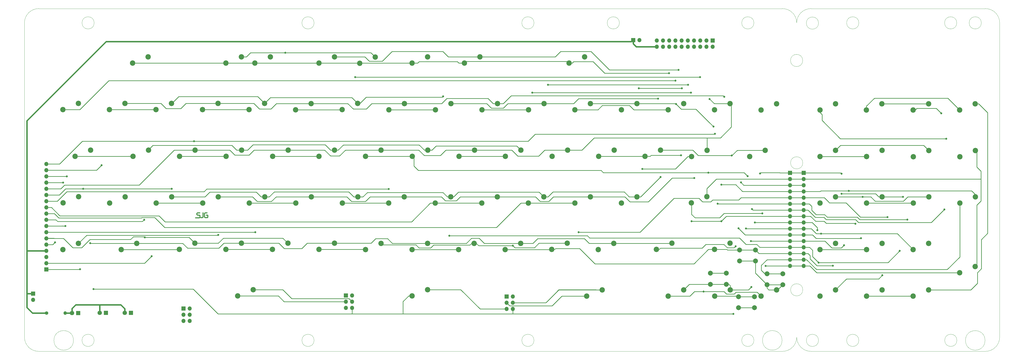
<source format=gbr>
G04 #@! TF.GenerationSoftware,KiCad,Pcbnew,(5.1.9)-1*
G04 #@! TF.CreationDate,2021-06-29T21:56:23-04:00*
G04 #@! TF.ProjectId,v364mx,76333634-6d78-42e6-9b69-6361645f7063,rev?*
G04 #@! TF.SameCoordinates,Original*
G04 #@! TF.FileFunction,Copper,L1,Top*
G04 #@! TF.FilePolarity,Positive*
%FSLAX46Y46*%
G04 Gerber Fmt 4.6, Leading zero omitted, Abs format (unit mm)*
G04 Created by KiCad (PCBNEW (5.1.9)-1) date 2021-06-29 21:56:23*
%MOMM*%
%LPD*%
G01*
G04 APERTURE LIST*
G04 #@! TA.AperFunction,Profile*
%ADD10C,0.050000*%
G04 #@! TD*
G04 #@! TA.AperFunction,ComponentPad*
%ADD11C,2.200000*%
G04 #@! TD*
G04 #@! TA.AperFunction,ComponentPad*
%ADD12C,2.000000*%
G04 #@! TD*
G04 #@! TA.AperFunction,ComponentPad*
%ADD13O,1.700000X1.700000*%
G04 #@! TD*
G04 #@! TA.AperFunction,ComponentPad*
%ADD14R,1.700000X1.700000*%
G04 #@! TD*
G04 #@! TA.AperFunction,ComponentPad*
%ADD15C,1.800000*%
G04 #@! TD*
G04 #@! TA.AperFunction,ComponentPad*
%ADD16R,1.800000X1.800000*%
G04 #@! TD*
G04 #@! TA.AperFunction,ComponentPad*
%ADD17O,1.400000X1.400000*%
G04 #@! TD*
G04 #@! TA.AperFunction,ComponentPad*
%ADD18C,1.400000*%
G04 #@! TD*
G04 #@! TA.AperFunction,ViaPad*
%ADD19C,0.800000*%
G04 #@! TD*
G04 #@! TA.AperFunction,Conductor*
%ADD20C,0.400000*%
G04 #@! TD*
G04 #@! TA.AperFunction,Conductor*
%ADD21C,0.250000*%
G04 #@! TD*
G04 #@! TA.AperFunction,Conductor*
%ADD22C,0.600000*%
G04 #@! TD*
G04 APERTURE END LIST*
D10*
X358392100Y-147269200D02*
G75*
G03*
X358392100Y-147269200I-2500000J0D01*
G01*
X439888000Y-277266400D02*
G75*
G03*
X439888000Y-277266400I-2500000J0D01*
G01*
X439888000Y-147358100D02*
G75*
G03*
X439888000Y-147358100I-2500000J0D01*
G01*
X456385300Y-147269200D02*
G75*
G03*
X456385300Y-147269200I-2500000J0D01*
G01*
X508019994Y-277279100D02*
G75*
G03*
X508019994Y-277279100I-3995094J0D01*
G01*
X508177800Y-281774900D02*
X436803800Y-281774900D01*
X508177800Y-141427200D02*
X436791100Y-141427200D01*
X514019800Y-147853400D02*
X514019800Y-147269200D01*
X514019800Y-275932900D02*
X514019800Y-147853400D01*
X134944794Y-277266400D02*
G75*
G03*
X134944794Y-277266400I-3995094J0D01*
G01*
X424949294Y-277253700D02*
G75*
G03*
X424949294Y-277253700I-3995094J0D01*
G01*
X120726200Y-281774900D02*
X425119800Y-281774900D01*
X425107100Y-141427200D02*
X120726200Y-141427200D01*
X425107100Y-141427200D02*
G75*
G02*
X430949100Y-147269200I0J-5842000D01*
G01*
X430949100Y-147269200D02*
G75*
G02*
X436791100Y-141427200I5842000J0D01*
G01*
X436803800Y-281774900D02*
G75*
G02*
X430961800Y-275932900I0J5842000D01*
G01*
X430961800Y-275932900D02*
G75*
G02*
X425119800Y-281774900I-5842000J0D01*
G01*
X433436400Y-204584300D02*
G75*
G03*
X433436400Y-204584300I-2500000J0D01*
G01*
X433411000Y-162663500D02*
G75*
G03*
X433411000Y-162663500I-2500000J0D01*
G01*
X433449100Y-256578100D02*
G75*
G03*
X433449100Y-256578100I-2500000J0D01*
G01*
X456385300Y-277266400D02*
G75*
G03*
X456385300Y-277266400I-2500000J0D01*
G01*
X506524900Y-147269200D02*
G75*
G03*
X506524900Y-147269200I-2500000J0D01*
G01*
X114884200Y-275932900D02*
X114884200Y-147269200D01*
X323441700Y-277266400D02*
G75*
G03*
X323441700Y-277266400I-2500000J0D01*
G01*
X233436800Y-147269200D02*
G75*
G03*
X233436800Y-147269200I-2500000J0D01*
G01*
X496466500Y-147269200D02*
G75*
G03*
X496466500Y-147269200I-2500000J0D01*
G01*
X413446600Y-277266400D02*
G75*
G03*
X413446600Y-277266400I-2500000J0D01*
G01*
X143431900Y-147269200D02*
G75*
G03*
X143431900Y-147269200I-2500000J0D01*
G01*
X508177800Y-141427200D02*
G75*
G02*
X514019800Y-147269200I0J-5842000D01*
G01*
X323441700Y-147269200D02*
G75*
G03*
X323441700Y-147269200I-2500000J0D01*
G01*
X143419200Y-277266400D02*
G75*
G03*
X143419200Y-277266400I-2500000J0D01*
G01*
X233436800Y-277266400D02*
G75*
G03*
X233436800Y-277266400I-2500000J0D01*
G01*
X496517300Y-277253700D02*
G75*
G03*
X496517300Y-277253700I-2500000J0D01*
G01*
X114884200Y-147269200D02*
G75*
G02*
X120726200Y-141427200I5842000J0D01*
G01*
X514019800Y-275932900D02*
G75*
G02*
X508177800Y-281774900I-5842000J0D01*
G01*
X413446600Y-147269200D02*
G75*
G03*
X413446600Y-147269200I-2500000J0D01*
G01*
X120726200Y-281774900D02*
G75*
G02*
X114884200Y-275932900I0J5842000D01*
G01*
D11*
X387794600Y-220995000D03*
X394144600Y-218455000D03*
X359219500Y-182905400D03*
X365569500Y-180365400D03*
X485000300Y-218541600D03*
X478650300Y-221081600D03*
X411746700Y-201980800D03*
X418096700Y-199440800D03*
X337781900Y-163728400D03*
X344131900Y-161188400D03*
X294932100Y-163715700D03*
X301282100Y-161175700D03*
X252120400Y-163791900D03*
X258470400Y-161251900D03*
X209194400Y-163703000D03*
X215544400Y-161163000D03*
X340207600Y-182867300D03*
X346557600Y-180327300D03*
X273494500Y-163728400D03*
X279844500Y-161188400D03*
X235394500Y-163766500D03*
X241744500Y-161226500D03*
X197307200Y-163715700D03*
X203657200Y-161175700D03*
X159131000Y-163715700D03*
X165481000Y-161175700D03*
X279911800Y-256489200D03*
X273561800Y-259029200D03*
X344995500Y-259130800D03*
X351345500Y-256590800D03*
X446862200Y-218503500D03*
X440512200Y-221043500D03*
D12*
X413649300Y-259384800D03*
X413649300Y-263884800D03*
X407149300Y-259384800D03*
X407149300Y-263884800D03*
X425282500Y-249974100D03*
X425282500Y-254474100D03*
X418782500Y-249974100D03*
X418782500Y-254474100D03*
X402155800Y-249783600D03*
X402155800Y-254283600D03*
X395655800Y-249783600D03*
X395655800Y-254283600D03*
X414081100Y-240258600D03*
X414081100Y-244758600D03*
X407581100Y-240258600D03*
X407581100Y-244758600D03*
D13*
X123850400Y-205054200D03*
X123850400Y-207594200D03*
X123850400Y-210134200D03*
X123850400Y-212674200D03*
X123850400Y-215214200D03*
X123850400Y-217754200D03*
X123850400Y-220294200D03*
X123850400Y-222834200D03*
X123850400Y-225374200D03*
X123850400Y-227914200D03*
X123850400Y-230454200D03*
X123850400Y-232994200D03*
X123850400Y-235534200D03*
X123850400Y-238074200D03*
X123850400Y-240614200D03*
X123850400Y-243154200D03*
X123850400Y-245694200D03*
D14*
X123850400Y-248234200D03*
D13*
X373710200Y-157010100D03*
X373710200Y-154470100D03*
X376250200Y-157010100D03*
X376250200Y-154470100D03*
X378790200Y-157010100D03*
X378790200Y-154470100D03*
X381330200Y-157010100D03*
X381330200Y-154470100D03*
X383870200Y-157010100D03*
X383870200Y-154470100D03*
X386410200Y-157010100D03*
X386410200Y-154470100D03*
X388950200Y-157010100D03*
X388950200Y-154470100D03*
X391490200Y-157010100D03*
X391490200Y-154470100D03*
X394030200Y-157010100D03*
X394030200Y-154470100D03*
X396570200Y-157010100D03*
D14*
X396570200Y-154470100D03*
D13*
X433793900Y-246773700D03*
X433793900Y-244233700D03*
X433793900Y-241693700D03*
X433793900Y-239153700D03*
X433793900Y-236613700D03*
X433793900Y-234073700D03*
X433793900Y-231533700D03*
X433793900Y-228993700D03*
X433793900Y-226453700D03*
X433793900Y-223913700D03*
X433793900Y-221373700D03*
X433793900Y-218833700D03*
X433793900Y-216293700D03*
X433793900Y-213753700D03*
X433793900Y-211213700D03*
D14*
X433793900Y-208673700D03*
D13*
X428180500Y-246773700D03*
X428180500Y-244233700D03*
X428180500Y-241693700D03*
X428180500Y-239153700D03*
X428180500Y-236613700D03*
X428180500Y-234073700D03*
X428180500Y-231533700D03*
X428180500Y-228993700D03*
X428180500Y-226453700D03*
X428180500Y-223913700D03*
X428180500Y-221373700D03*
X428180500Y-218833700D03*
X428180500Y-216293700D03*
X428180500Y-213753700D03*
X428180500Y-211213700D03*
D14*
X428180500Y-208673700D03*
D13*
X118427500Y-260680200D03*
D14*
X118427500Y-258140200D03*
D13*
X366572800Y-154355800D03*
D14*
X364032800Y-154355800D03*
D15*
X145694400Y-265988800D03*
D16*
X148234400Y-265988800D03*
D15*
X155968700Y-265988800D03*
D16*
X158508700Y-265988800D03*
D11*
X283083000Y-182854600D03*
X289433000Y-180314600D03*
D17*
X131508500Y-266065000D03*
D18*
X123888500Y-266065000D03*
D15*
X134340600Y-266052300D03*
D16*
X136880600Y-266052300D03*
D11*
X368909600Y-201891900D03*
X375259600Y-199351900D03*
X135597900Y-201917300D03*
X141947900Y-199377300D03*
X202120500Y-259105400D03*
X208470500Y-256565400D03*
X154457400Y-240080800D03*
X160807400Y-237540800D03*
X149758400Y-221043500D03*
X156108400Y-218503500D03*
X130632200Y-240106200D03*
X136982200Y-237566200D03*
X416407600Y-182930800D03*
X422757600Y-180390800D03*
X446849500Y-237566200D03*
X440499500Y-240106200D03*
X244957600Y-182816500D03*
X251307600Y-180276500D03*
X359244900Y-221030800D03*
X365594900Y-218490800D03*
D13*
X314769500Y-264414000D03*
X312229500Y-264414000D03*
X314769500Y-261874000D03*
X312229500Y-261874000D03*
X314769500Y-259334000D03*
D14*
X312229500Y-259334000D03*
D13*
X249008900Y-263969500D03*
X246468900Y-263969500D03*
X249008900Y-261429500D03*
X246468900Y-261429500D03*
X249008900Y-258889500D03*
D14*
X246468900Y-258889500D03*
D11*
X440512200Y-259130800D03*
X446862200Y-256590800D03*
X416407600Y-259143500D03*
X422757600Y-256603500D03*
X378320300Y-259143500D03*
X384670300Y-256603500D03*
X397383000Y-259143500D03*
X403733000Y-256603500D03*
X497687600Y-249605800D03*
X504037600Y-247065800D03*
X373532400Y-240055400D03*
X379882400Y-237515400D03*
X216369900Y-240042700D03*
X222719900Y-237502700D03*
X197307200Y-240055400D03*
X203657200Y-237515400D03*
X130695700Y-221005400D03*
X137045700Y-218465400D03*
X478624900Y-259156200D03*
X484974900Y-256616200D03*
X459562200Y-259168900D03*
X465912200Y-256628900D03*
X387946900Y-201993500D03*
X394296900Y-199453500D03*
X349745300Y-240080800D03*
X356095300Y-237540800D03*
X330682600Y-240055400D03*
X337032600Y-237515400D03*
X273545300Y-240068100D03*
X279895300Y-237528100D03*
X254482600Y-240068100D03*
X260832600Y-237528100D03*
X235419900Y-240055400D03*
X241769900Y-237515400D03*
X187833000Y-221056200D03*
X194183000Y-218516200D03*
X378320300Y-182841900D03*
X384670300Y-180301900D03*
X178384200Y-201904600D03*
X184734200Y-199364600D03*
X168757600Y-182791100D03*
X175107600Y-180251100D03*
X397357600Y-182867300D03*
X403707600Y-180327300D03*
D13*
X182511700Y-269341600D03*
X179971700Y-269341600D03*
X182511700Y-266801600D03*
X179971700Y-266801600D03*
X182511700Y-264261600D03*
D14*
X179971700Y-264261600D03*
D11*
X251320300Y-218516200D03*
X244970300Y-221056200D03*
X397332200Y-240042700D03*
X403682200Y-237502700D03*
X241782600Y-199364600D03*
X235432600Y-201904600D03*
X311632600Y-240068100D03*
X317982600Y-237528100D03*
X225920300Y-221068900D03*
X232270300Y-218528900D03*
X298945300Y-237528100D03*
X292595300Y-240068100D03*
X263969500Y-221056200D03*
X270319500Y-218516200D03*
X137007600Y-180238400D03*
X130657600Y-182778400D03*
X149707600Y-182778400D03*
X156057600Y-180238400D03*
X187794900Y-182803800D03*
X194144900Y-180263800D03*
X213194900Y-180276500D03*
X206844900Y-182816500D03*
X225894900Y-182829200D03*
X232244900Y-180289200D03*
X270370300Y-180301900D03*
X264020300Y-182841900D03*
X308483000Y-180314600D03*
X302133000Y-182854600D03*
X321170300Y-182854600D03*
X327520300Y-180314600D03*
X446824100Y-180428900D03*
X440474100Y-182968900D03*
X459498700Y-182968900D03*
X465848700Y-180428900D03*
X484974900Y-180428900D03*
X478624900Y-182968900D03*
X497687600Y-182943500D03*
X504037600Y-180403500D03*
X159359600Y-201904600D03*
X165709600Y-199364600D03*
X197446900Y-201904600D03*
X203796900Y-199364600D03*
X222821500Y-199364600D03*
X216471500Y-201904600D03*
X279946100Y-199364600D03*
X273596100Y-201904600D03*
X292785800Y-201904600D03*
X299135800Y-199364600D03*
X318096900Y-199364600D03*
X311746900Y-201904600D03*
X446824100Y-199491600D03*
X440474100Y-202031600D03*
X459549500Y-202018900D03*
X465899500Y-199478900D03*
X485013000Y-199517000D03*
X478663000Y-202057000D03*
X497700300Y-202057000D03*
X504050300Y-199517000D03*
X168795700Y-221030800D03*
X175145700Y-218490800D03*
X206870300Y-221056200D03*
X213220300Y-218516200D03*
X254520700Y-201904600D03*
X260870700Y-199364600D03*
X289369500Y-218503500D03*
X283019500Y-221043500D03*
X302069500Y-221081600D03*
X308419500Y-218541600D03*
X327482200Y-218528900D03*
X321132200Y-221068900D03*
X330822300Y-201904600D03*
X337172300Y-199364600D03*
X459562200Y-221043500D03*
X465912200Y-218503500D03*
X497700300Y-221081600D03*
X504050300Y-218541600D03*
X178257200Y-240055400D03*
X184607200Y-237515400D03*
X346544900Y-218516200D03*
X340194900Y-221056200D03*
X349885000Y-201904600D03*
X356235000Y-199364600D03*
X459562200Y-240080800D03*
X465912200Y-237540800D03*
X484949500Y-237553500D03*
X478599500Y-240093500D03*
D19*
X395312900Y-178447700D03*
X440893200Y-233616500D03*
X184296050Y-195751450D03*
X397497300Y-192659000D03*
X405968200Y-238721900D03*
X410197300Y-231482900D03*
X138950700Y-215201500D03*
X175145700Y-215188800D03*
X375259600Y-210350100D03*
X408152600Y-212610700D03*
X404304500Y-201599800D03*
X452272400Y-216027000D03*
X141757400Y-237451900D03*
X400088100Y-213537800D03*
X132219700Y-210134200D03*
X314731400Y-238480600D03*
X164115750Y-235134150D03*
X322694300Y-175856900D03*
X387680200Y-175869600D03*
X468071200Y-226783900D03*
X341693500Y-232968800D03*
X131622800Y-230454200D03*
X476237300Y-227850700D03*
X221615000Y-159461200D03*
X194170300Y-234073700D03*
X398614900Y-221272100D03*
X389001000Y-210845400D03*
X250266200Y-169456100D03*
X457238100Y-235445300D03*
X391375900Y-169456100D03*
X209340450Y-233013250D03*
X407123900Y-231381300D03*
X450291200Y-238328200D03*
X394817600Y-208597500D03*
X263956800Y-215290400D03*
X412203900Y-236613700D03*
X410857700Y-210045300D03*
X439877200Y-245402100D03*
X473087700Y-240639600D03*
X386473700Y-172605700D03*
X288740850Y-234422950D03*
X329145900Y-172605700D03*
X445782700Y-246722900D03*
X490105700Y-184277000D03*
X383908300Y-174091600D03*
X366306100Y-174091600D03*
X127419100Y-237147100D03*
X381304800Y-170903900D03*
X392823700Y-257263900D03*
X367741200Y-207048100D03*
X492163100Y-194691000D03*
X137655300Y-248170700D03*
X418198300Y-246773700D03*
X378675900Y-167868600D03*
X416915600Y-225247200D03*
X383590800Y-201498200D03*
X143154400Y-256260600D03*
X439432700Y-232181400D03*
X130695700Y-212674200D03*
X405053800Y-266420600D03*
X413829500Y-228993700D03*
X449275200Y-217246200D03*
X412356300Y-255447800D03*
X146456400Y-205536800D03*
X449275200Y-209016600D03*
X474408500Y-218528900D03*
X401320000Y-177520600D03*
X415950400Y-208927700D03*
X163855400Y-227914200D03*
X491350300Y-223710500D03*
X412661100Y-223545400D03*
X396862300Y-189738000D03*
X382600200Y-166484300D03*
X381571500Y-180454300D03*
X166979600Y-242773200D03*
X286213550Y-177336450D03*
X466013800Y-250621800D03*
X457936600Y-218503500D03*
X454977500Y-229527100D03*
X374167400Y-178269900D03*
X400100800Y-228511100D03*
X387883400Y-228511100D03*
D20*
X186575700Y-225018600D02*
X185661300Y-225018600D01*
X185661300Y-225018600D02*
X185420000Y-225259900D01*
X185420000Y-225259900D02*
X185420000Y-225679000D01*
X185420000Y-225679000D02*
X185699400Y-225958400D01*
X185699400Y-225958400D02*
X186436000Y-225958400D01*
X186436000Y-225958400D02*
X186639200Y-226161600D01*
X186639200Y-226161600D02*
X186639200Y-226809300D01*
X186639200Y-226809300D02*
X186423300Y-227025200D01*
X186423300Y-227025200D02*
X184899300Y-227025200D01*
X187020200Y-227012500D02*
X187642500Y-227012500D01*
X187642500Y-227012500D02*
X187896500Y-226758500D01*
X187896500Y-226758500D02*
X187896500Y-225031300D01*
X189572900Y-225056700D02*
X188772800Y-225056700D01*
X188772800Y-225056700D02*
X188518800Y-225310700D01*
X188518800Y-225310700D02*
X188518800Y-226758500D01*
X188518800Y-226758500D02*
X188760100Y-226999800D01*
X188760100Y-226999800D02*
X189712600Y-226999800D01*
X189712600Y-226999800D02*
X189877700Y-226834700D01*
X189877700Y-226834700D02*
X189877700Y-226034600D01*
X189877700Y-226034600D02*
X189814200Y-225971100D01*
X189814200Y-225971100D02*
X189255400Y-225971100D01*
D21*
X299135800Y-199364600D02*
X314337700Y-199364600D01*
X314337700Y-199364600D02*
X316776100Y-201803000D01*
X316776100Y-201803000D02*
X325335900Y-201803000D01*
X327774300Y-199364600D02*
X337172300Y-199364600D01*
X325335900Y-201803000D02*
X327774300Y-199364600D01*
X504050300Y-199517000D02*
X504075700Y-199517000D01*
X506336300Y-208026000D02*
X504647200Y-206336900D01*
X504647200Y-200113900D02*
X504050300Y-199517000D01*
X504647200Y-206336900D02*
X504647200Y-200113900D01*
X129870200Y-215150700D02*
X131305300Y-213715600D01*
X129806700Y-215214200D02*
X131305300Y-213715600D01*
X123850400Y-215214200D02*
X129806700Y-215214200D01*
X428180500Y-211213700D02*
X433793900Y-211213700D01*
X506222000Y-211213700D02*
X506336300Y-211328000D01*
X433793900Y-211213700D02*
X506222000Y-211213700D01*
X506336300Y-211328000D02*
X506336300Y-208026000D01*
X504698000Y-246405400D02*
X504037600Y-247065800D01*
X504698000Y-221869000D02*
X504698000Y-246405400D01*
X506336300Y-220230700D02*
X504698000Y-221869000D01*
X506336300Y-211328000D02*
X506336300Y-220230700D01*
X394119100Y-194348100D02*
X348030800Y-194348100D01*
X343014300Y-199364600D02*
X342404700Y-199364600D01*
X348030800Y-194348100D02*
X343014300Y-199364600D01*
X337172300Y-199364600D02*
X342404700Y-199364600D01*
X394296900Y-194386200D02*
X394335000Y-194348100D01*
X394296900Y-199453500D02*
X394296900Y-194386200D01*
X394119100Y-194348100D02*
X394335000Y-194348100D01*
X406844500Y-211213700D02*
X428180500Y-211213700D01*
X398068800Y-211213700D02*
X406844500Y-211213700D01*
X394144600Y-215137900D02*
X398068800Y-211213700D01*
X394144600Y-218455000D02*
X394144600Y-215137900D01*
X176187100Y-199364600D02*
X184734200Y-199364600D01*
X161836100Y-213715600D02*
X176187100Y-199364600D01*
X131305300Y-213715600D02*
X161836100Y-213715600D01*
X278523700Y-201612500D02*
X276275800Y-199364600D01*
X285127700Y-201612500D02*
X278523700Y-201612500D01*
X276275800Y-199364600D02*
X260870700Y-199364600D01*
X287375600Y-199364600D02*
X285127700Y-201612500D01*
X299135800Y-199364600D02*
X287375600Y-199364600D01*
X252653800Y-199364600D02*
X260870700Y-199364600D01*
X246240300Y-199364600D02*
X252653800Y-199364600D01*
X240157000Y-201777600D02*
X243827300Y-201777600D01*
X237744000Y-199364600D02*
X240157000Y-201777600D01*
X243827300Y-201777600D02*
X246240300Y-199364600D01*
X222821500Y-199364600D02*
X237744000Y-199364600D01*
X214058500Y-199364600D02*
X222821500Y-199364600D01*
X208889600Y-199364600D02*
X214058500Y-199364600D01*
X206819500Y-201434700D02*
X208889600Y-199364600D01*
X200990200Y-201434700D02*
X206819500Y-201434700D01*
X198920100Y-199364600D02*
X200990200Y-201434700D01*
X184734200Y-199364600D02*
X198920100Y-199364600D01*
X404202900Y-180822600D02*
X403707600Y-180327300D01*
X404202900Y-189928500D02*
X404202900Y-180822600D01*
X399783300Y-194348100D02*
X404202900Y-189928500D01*
X394335000Y-194348100D02*
X399783300Y-194348100D01*
X397192500Y-180327300D02*
X395312900Y-178447700D01*
X397891000Y-180327300D02*
X397192500Y-180327300D01*
X403707600Y-180327300D02*
X397891000Y-180327300D01*
X187807600Y-221030800D02*
X187833000Y-221056200D01*
X168795700Y-221030800D02*
X187807600Y-221030800D01*
X178384200Y-201904600D02*
X197446900Y-201904600D01*
X206832200Y-182803800D02*
X206844900Y-182816500D01*
X187794900Y-182803800D02*
X206832200Y-182803800D01*
X178231800Y-240080800D02*
X178257200Y-240055400D01*
X154457400Y-240080800D02*
X178231800Y-240080800D01*
X440880500Y-233603800D02*
X440893200Y-233616500D01*
X439940700Y-233603800D02*
X440880500Y-233603800D01*
X472122500Y-233616500D02*
X478599500Y-240093500D01*
X440893200Y-233616500D02*
X472122500Y-233616500D01*
X184289700Y-195757800D02*
X184296050Y-195751450D01*
X138544300Y-195757800D02*
X184289700Y-195757800D01*
X129311400Y-204990700D02*
X131387850Y-202914250D01*
X131387850Y-202914250D02*
X138544300Y-195757800D01*
X129247900Y-205054200D02*
X131387850Y-202914250D01*
X123850400Y-205054200D02*
X129247900Y-205054200D01*
X428180500Y-231533700D02*
X415493200Y-231533700D01*
X428180500Y-231533700D02*
X433793900Y-231533700D01*
X436930800Y-231533700D02*
X439000900Y-233603800D01*
X433793900Y-231533700D02*
X436930800Y-231533700D01*
X439000900Y-233603800D02*
X439940700Y-233603800D01*
X323875400Y-192874900D02*
X344474800Y-192874900D01*
X320998850Y-195751450D02*
X323875400Y-192874900D01*
X184296050Y-195751450D02*
X320998850Y-195751450D01*
X344474800Y-192874900D02*
X397281400Y-192874900D01*
X397281400Y-192874900D02*
X397497300Y-192659000D01*
X373532400Y-240055400D02*
X374662700Y-240055400D01*
X374662700Y-240055400D02*
X375183400Y-239534700D01*
X375183400Y-239534700D02*
X392226800Y-239534700D01*
X392226800Y-239534700D02*
X393801600Y-237959900D01*
X393801600Y-237959900D02*
X398259300Y-237959900D01*
X398259300Y-237959900D02*
X401154900Y-237959900D01*
X401154900Y-237959900D02*
X402551900Y-239356900D01*
X405333200Y-239356900D02*
X405968200Y-238721900D01*
X402551900Y-239356900D02*
X405333200Y-239356900D01*
X415493200Y-231533700D02*
X411327600Y-231533700D01*
X410248100Y-231533700D02*
X410197300Y-231482900D01*
X411327600Y-231533700D02*
X410248100Y-231533700D01*
X175145700Y-218490800D02*
X188544200Y-218490800D01*
X175145700Y-218490800D02*
X188760100Y-218490800D01*
X188760100Y-218490800D02*
X190690500Y-216560400D01*
X327482200Y-218528900D02*
X329184000Y-218528900D01*
X329184000Y-218528900D02*
X331216000Y-216496900D01*
X289369500Y-218503500D02*
X290563300Y-218503500D01*
X290563300Y-218503500D02*
X292506400Y-216560400D01*
X325513700Y-216560400D02*
X327482200Y-218528900D01*
X292506400Y-216560400D02*
X325513700Y-216560400D01*
X175133000Y-215201500D02*
X175145700Y-215188800D01*
X138950700Y-215201500D02*
X175133000Y-215201500D01*
X138938000Y-215188800D02*
X138950700Y-215201500D01*
X131737100Y-215188800D02*
X138938000Y-215188800D01*
X365594900Y-218490800D02*
X367118900Y-218490800D01*
X367118900Y-218490800D02*
X375259600Y-210350100D01*
X129235200Y-217690700D02*
X131737100Y-215188800D01*
X129171700Y-217754200D02*
X131737100Y-215188800D01*
X123850400Y-217754200D02*
X129171700Y-217754200D01*
X428180500Y-213753700D02*
X433793900Y-213753700D01*
X362369100Y-218490800D02*
X360375200Y-216496900D01*
X365594900Y-218490800D02*
X362369100Y-218490800D01*
X331216000Y-216496900D02*
X360375200Y-216496900D01*
X408647900Y-199440800D02*
X418096700Y-199440800D01*
X388404100Y-199351900D02*
X390652000Y-201599800D01*
X375259600Y-199351900D02*
X388404100Y-199351900D01*
X390652000Y-201599800D02*
X400100800Y-201599800D01*
X400100800Y-201599800D02*
X402907500Y-201599800D01*
X409295600Y-213753700D02*
X408152600Y-212610700D01*
X428180500Y-213753700D02*
X409295600Y-213753700D01*
X402907500Y-201599800D02*
X404304500Y-201599800D01*
X249669300Y-218516200D02*
X247599200Y-216446100D01*
X251320300Y-218516200D02*
X249669300Y-218516200D01*
X215061800Y-218516200D02*
X217131900Y-216446100D01*
X213220300Y-218516200D02*
X215061800Y-218516200D01*
X247599200Y-216446100D02*
X217131900Y-216446100D01*
X211696300Y-218516200D02*
X209740500Y-216560400D01*
X213220300Y-218516200D02*
X211696300Y-218516200D01*
X190690500Y-216560400D02*
X209740500Y-216560400D01*
X287972500Y-218503500D02*
X289369500Y-218503500D01*
X286169100Y-216700100D02*
X287972500Y-218503500D01*
X255206500Y-216700100D02*
X286169100Y-216700100D01*
X253390400Y-218516200D02*
X255206500Y-216700100D01*
X251320300Y-218516200D02*
X253390400Y-218516200D01*
X404304500Y-201599800D02*
X404469600Y-201599800D01*
X406628600Y-199440800D02*
X408647900Y-199440800D01*
X404469600Y-201599800D02*
X406628600Y-199440800D01*
X203657200Y-237515400D02*
X219036900Y-237515400D01*
X219036900Y-237515400D02*
X221195900Y-239674400D01*
X221195900Y-239674400D02*
X228434900Y-239674400D01*
X230593900Y-237515400D02*
X241769900Y-237515400D01*
X228434900Y-239674400D02*
X230593900Y-237515400D01*
X241769900Y-237515400D02*
X256755900Y-237515400D01*
X256755900Y-237515400D02*
X258648200Y-235623100D01*
X258648200Y-235623100D02*
X263525000Y-235623100D01*
X265430000Y-237528100D02*
X279895300Y-237528100D01*
X263525000Y-235623100D02*
X265430000Y-237528100D01*
X279895300Y-237528100D02*
X295783000Y-237528100D01*
X295783000Y-237528100D02*
X297827700Y-235483400D01*
X297827700Y-235483400D02*
X301002700Y-235483400D01*
X303047400Y-237528100D02*
X317982600Y-237528100D01*
X301002700Y-235483400D02*
X303047400Y-237528100D01*
X379857000Y-237540800D02*
X379882400Y-237515400D01*
X356095300Y-237540800D02*
X379857000Y-237540800D01*
X141846300Y-237540800D02*
X160807400Y-237540800D01*
X141757400Y-237451900D02*
X141846300Y-237540800D01*
X440804300Y-216027000D02*
X452272400Y-216027000D01*
X196469000Y-237515400D02*
X203657200Y-237515400D01*
X194462400Y-239522000D02*
X196469000Y-237515400D01*
X181648100Y-239522000D02*
X194462400Y-239522000D01*
X179666900Y-237540800D02*
X181648100Y-239522000D01*
X160807400Y-237540800D02*
X179666900Y-237540800D01*
X345986100Y-237540800D02*
X356095300Y-237540800D01*
X344030300Y-235585000D02*
X345986100Y-237540800D01*
X324942200Y-235585000D02*
X344030300Y-235585000D01*
X322999100Y-237528100D02*
X324942200Y-235585000D01*
X317982600Y-237528100D02*
X322999100Y-237528100D01*
X504050300Y-218541600D02*
X504050300Y-217538300D01*
X502539000Y-216027000D02*
X500164100Y-216027000D01*
X504050300Y-217538300D02*
X502539000Y-216027000D01*
X500164100Y-216027000D02*
X452272400Y-216027000D01*
X428180500Y-216293700D02*
X433793900Y-216293700D01*
X440537600Y-216293700D02*
X440645550Y-216185750D01*
X433793900Y-216293700D02*
X440537600Y-216293700D01*
X440645550Y-216185750D02*
X440804300Y-216027000D01*
X404507700Y-213537800D02*
X400088100Y-213537800D01*
X126911100Y-210134200D02*
X132219700Y-210134200D01*
X123850400Y-210134200D02*
X132219700Y-210134200D01*
X404507700Y-213537800D02*
X406019000Y-213537800D01*
X406019000Y-213537800D02*
X408774900Y-216293700D01*
X428180500Y-216293700D02*
X408774900Y-216293700D01*
X298945300Y-237528100D02*
X299821600Y-237528100D01*
X299821600Y-237528100D02*
X300774100Y-238480600D01*
X300774100Y-238480600D02*
X314731400Y-238480600D01*
X444169800Y-220751400D02*
X444169800Y-220776800D01*
X444169800Y-220776800D02*
X444334900Y-220941900D01*
X444334900Y-220941900D02*
X451192900Y-220941900D01*
X451192900Y-220941900D02*
X454164700Y-223913700D01*
X220624400Y-235407200D02*
X222719900Y-237502700D01*
X196342000Y-235407200D02*
X220624400Y-235407200D01*
X194233800Y-237515400D02*
X196342000Y-235407200D01*
X184607200Y-237515400D02*
X194233800Y-237515400D01*
X182225950Y-235134150D02*
X184607200Y-237515400D01*
X164115750Y-235134150D02*
X182225950Y-235134150D01*
X454164700Y-223913700D02*
X454164700Y-223926400D01*
X454164700Y-223926400D02*
X456158600Y-225920300D01*
X456158600Y-225920300D02*
X456158600Y-225933000D01*
X456158600Y-225933000D02*
X457009500Y-226783900D01*
X325437500Y-237515400D02*
X337032600Y-237515400D01*
X323634100Y-239318800D02*
X325437500Y-237515400D01*
X314744100Y-238480600D02*
X315582300Y-239318800D01*
X315582300Y-239318800D02*
X323634100Y-239318800D01*
X314731400Y-238480600D02*
X314744100Y-238480600D01*
X123825000Y-235470700D02*
X127000000Y-235470700D01*
X127063500Y-235534200D02*
X127088900Y-235534200D01*
X127000000Y-235470700D02*
X127063500Y-235534200D01*
X127088900Y-235534200D02*
X130848100Y-235534200D01*
X163842700Y-234861100D02*
X164115750Y-235134150D01*
X159461200Y-234861100D02*
X163842700Y-234861100D01*
X158343600Y-235978700D02*
X159461200Y-234861100D01*
X141668500Y-235978700D02*
X158343600Y-235978700D01*
X138315700Y-239331500D02*
X141668500Y-235978700D01*
X134645400Y-239331500D02*
X138315700Y-239331500D01*
X130848100Y-235534200D02*
X134645400Y-239331500D01*
X123850400Y-235534200D02*
X130848100Y-235534200D01*
X312204100Y-264439400D02*
X312229500Y-264414000D01*
X293547800Y-256603500D02*
X301383700Y-264439400D01*
X301383700Y-264439400D02*
X312204100Y-264439400D01*
X428180500Y-218833700D02*
X433793900Y-218833700D01*
X442252100Y-218833700D02*
X442436250Y-219017850D01*
X433793900Y-218833700D02*
X442252100Y-218833700D01*
X442436250Y-219017850D02*
X444169800Y-220751400D01*
X293433500Y-256489200D02*
X293547800Y-256603500D01*
X279911800Y-256489200D02*
X293433500Y-256489200D01*
X322694300Y-175856900D02*
X386384800Y-175856900D01*
X387667500Y-175856900D02*
X386384800Y-175856900D01*
X387680200Y-175869600D02*
X387667500Y-175856900D01*
X457009500Y-226783900D02*
X468071200Y-226783900D01*
X298945300Y-237528100D02*
X297891200Y-237528100D01*
X297891200Y-237528100D02*
X297192700Y-238226600D01*
X297192700Y-238226600D02*
X282308300Y-238226600D01*
X282308300Y-238226600D02*
X281114500Y-239420400D01*
X281114500Y-239420400D02*
X276364700Y-239420400D01*
X276364700Y-239420400D02*
X275120100Y-238175800D01*
X261480300Y-238175800D02*
X260832600Y-237528100D01*
X275120100Y-238175800D02*
X261480300Y-238175800D01*
X362610400Y-232968800D02*
X341693500Y-232968800D01*
X395757400Y-220560900D02*
X392430000Y-220560900D01*
X396532100Y-219786200D02*
X395757400Y-220560900D01*
X366852200Y-232968800D02*
X362610400Y-232968800D01*
X380720600Y-219100400D02*
X366852200Y-232968800D01*
X392430000Y-220560900D02*
X390969500Y-219100400D01*
X407187400Y-219786200D02*
X396532100Y-219786200D01*
X390969500Y-219100400D02*
X380720600Y-219100400D01*
X408139900Y-218833700D02*
X407187400Y-219786200D01*
X428180500Y-218833700D02*
X408139900Y-218833700D01*
X308419500Y-218541600D02*
X324053200Y-218541600D01*
X324053200Y-218541600D02*
X325920100Y-220408500D01*
X325920100Y-220408500D02*
X329476100Y-220408500D01*
X331368400Y-218516200D02*
X346544900Y-218516200D01*
X329476100Y-220408500D02*
X331368400Y-218516200D01*
X232270300Y-218528900D02*
X246875300Y-218528900D01*
X246875300Y-218528900D02*
X248742200Y-220395800D01*
X248742200Y-220395800D02*
X254469900Y-220395800D01*
X256349500Y-218516200D02*
X270319500Y-218516200D01*
X254469900Y-220395800D02*
X256349500Y-218516200D01*
X504037600Y-180403500D02*
X504037600Y-180225700D01*
X509117600Y-184061100D02*
X505460000Y-180403500D01*
X509117600Y-233438700D02*
X509117600Y-184061100D01*
X506539500Y-236016800D02*
X509117600Y-233438700D01*
X505460000Y-180403500D02*
X504037600Y-180403500D01*
X506539500Y-247916700D02*
X506539500Y-236016800D01*
X504913900Y-249542300D02*
X506539500Y-247916700D01*
X504913900Y-253936500D02*
X504913900Y-249542300D01*
X502234200Y-256616200D02*
X504913900Y-253936500D01*
X484974900Y-256616200D02*
X502234200Y-256616200D01*
X126504700Y-230454200D02*
X127609600Y-230454200D01*
X137007600Y-237566200D02*
X140347700Y-234226100D01*
X136982200Y-237566200D02*
X137007600Y-237566200D01*
X455714100Y-226847400D02*
X456717400Y-227850700D01*
X443458600Y-226847400D02*
X455714100Y-226847400D01*
X442366400Y-225755200D02*
X443458600Y-226847400D01*
X438886600Y-225755200D02*
X442366400Y-225755200D01*
X456717400Y-227850700D02*
X476237300Y-227850700D01*
X140347700Y-234226100D02*
X190042800Y-234226100D01*
X130263900Y-230390700D02*
X130327400Y-230454200D01*
X130327400Y-230454200D02*
X131622800Y-230454200D01*
X127609600Y-230454200D02*
X130327400Y-230454200D01*
X123850400Y-230454200D02*
X131622800Y-230454200D01*
X428180500Y-221373700D02*
X433793900Y-221373700D01*
X433793900Y-221373700D02*
X436079900Y-221373700D01*
X437127650Y-222421450D02*
X437127650Y-223996250D01*
X436079900Y-221373700D02*
X437127650Y-222421450D01*
X437127650Y-223996250D02*
X438886600Y-225755200D01*
X203657200Y-161175700D02*
X205676500Y-161175700D01*
X205676500Y-161175700D02*
X207391000Y-159461200D01*
X256679700Y-159461200D02*
X258470400Y-161251900D01*
X221615000Y-159461200D02*
X256679700Y-159461200D01*
X207391000Y-159461200D02*
X221615000Y-159461200D01*
X194017900Y-234226100D02*
X194170300Y-234073700D01*
X190042800Y-234226100D02*
X194017900Y-234226100D01*
X360692700Y-218516200D02*
X362699300Y-220522800D01*
X346544900Y-218516200D02*
X360692700Y-218516200D01*
X428180500Y-221373700D02*
X407593800Y-221373700D01*
X398716500Y-221373700D02*
X398614900Y-221272100D01*
X407593800Y-221373700D02*
X398716500Y-221373700D01*
X367233200Y-220522800D02*
X368300000Y-220522800D01*
X362699300Y-220522800D02*
X367233200Y-220522800D01*
X368300000Y-220522800D02*
X370243100Y-220522800D01*
X379920500Y-210845400D02*
X389001000Y-210845400D01*
X370243100Y-220522800D02*
X379920500Y-210845400D01*
X293281100Y-218541600D02*
X308419500Y-218541600D01*
X291668200Y-220154500D02*
X293281100Y-218541600D01*
X287159700Y-220154500D02*
X291668200Y-220154500D01*
X285521400Y-218516200D02*
X287159700Y-220154500D01*
X270319500Y-218516200D02*
X285521400Y-218516200D01*
X208241900Y-218516200D02*
X194183000Y-218516200D01*
X210134200Y-220408500D02*
X208241900Y-218516200D01*
X216001600Y-220408500D02*
X210134200Y-220408500D01*
X217881200Y-218528900D02*
X216001600Y-220408500D01*
X232270300Y-218528900D02*
X217881200Y-218528900D01*
X244944900Y-182829200D02*
X244957600Y-182816500D01*
X225894900Y-182829200D02*
X244944900Y-182829200D01*
X478612200Y-221043500D02*
X478650300Y-221081600D01*
X459562200Y-221043500D02*
X478612200Y-221043500D01*
X225907600Y-221056200D02*
X225920300Y-221068900D01*
X206870300Y-221056200D02*
X225907600Y-221056200D01*
X216471500Y-201904600D02*
X235432600Y-201904600D01*
X216357200Y-240055400D02*
X216369900Y-240042700D01*
X197307200Y-240055400D02*
X216357200Y-240055400D01*
X444550800Y-235534200D02*
X453771000Y-235534200D01*
X457149200Y-235534200D02*
X457238100Y-235445300D01*
X453771000Y-235534200D02*
X457149200Y-235534200D01*
X123850400Y-232994200D02*
X128168400Y-232994200D01*
X128168400Y-232994200D02*
X141795500Y-232994200D01*
X127520700Y-232994200D02*
X128168400Y-232994200D01*
X428180500Y-234073700D02*
X433793900Y-234073700D01*
X433793900Y-234073700D02*
X437413400Y-234073700D01*
X438873900Y-235534200D02*
X444550800Y-235534200D01*
X437413400Y-234073700D02*
X438873900Y-235534200D01*
X250266200Y-169456100D02*
X391375900Y-169456100D01*
X209321400Y-232994200D02*
X209340450Y-233013250D01*
X141795500Y-232994200D02*
X209321400Y-232994200D01*
X410044900Y-234073700D02*
X409816300Y-234073700D01*
X409816300Y-234073700D02*
X407123900Y-231381300D01*
X428180500Y-234073700D02*
X410044900Y-234073700D01*
X283070300Y-182841900D02*
X283083000Y-182854600D01*
X264020300Y-182841900D02*
X283070300Y-182841900D01*
X254520700Y-201904600D02*
X273596100Y-201904600D01*
X459536800Y-202031600D02*
X459549500Y-202018900D01*
X440474100Y-202031600D02*
X459536800Y-202031600D01*
X244970300Y-221056200D02*
X263969500Y-221056200D01*
X254469900Y-240055400D02*
X254482600Y-240068100D01*
X235419900Y-240055400D02*
X254469900Y-240055400D01*
X443572900Y-237617000D02*
X445363600Y-239407700D01*
X273596100Y-201904600D02*
X273634200Y-201904600D01*
X273634200Y-201904600D02*
X274281900Y-202552300D01*
X274281900Y-202552300D02*
X274281900Y-205879700D01*
X276098000Y-207695800D02*
X350901000Y-207695800D01*
X274281900Y-205879700D02*
X276098000Y-207695800D01*
X449211700Y-239407700D02*
X450291200Y-238328200D01*
X449021200Y-239407700D02*
X449211700Y-239407700D01*
X445363600Y-239407700D02*
X449021200Y-239407700D01*
X188429900Y-216357200D02*
X189496700Y-215290400D01*
X132232400Y-216357200D02*
X188429900Y-216357200D01*
X351802700Y-208597500D02*
X350901000Y-207695800D01*
X128358900Y-220230700D02*
X128638300Y-219951300D01*
X128638300Y-219951300D02*
X132232400Y-216357200D01*
X128295400Y-220294200D02*
X128638300Y-219951300D01*
X128295400Y-220294200D02*
X132232400Y-216357200D01*
X123850400Y-220294200D02*
X128295400Y-220294200D01*
X428180500Y-236613700D02*
X433793900Y-236613700D01*
X442569600Y-236613700D02*
X443572900Y-237617000D01*
X433793900Y-236613700D02*
X442569600Y-236613700D01*
X404241000Y-208597500D02*
X399580100Y-208597500D01*
X404253700Y-208610200D02*
X404241000Y-208597500D01*
X399580100Y-208597500D02*
X400037300Y-208597500D01*
X405853900Y-208610200D02*
X404253700Y-208610200D01*
X405892000Y-208572100D02*
X405853900Y-208610200D01*
X394817600Y-208597500D02*
X399580100Y-208597500D01*
X351802700Y-208597500D02*
X394817600Y-208597500D01*
X263956800Y-215290400D02*
X263309100Y-215290400D01*
X189496700Y-215290400D02*
X263309100Y-215290400D01*
X428180500Y-236613700D02*
X412203900Y-236613700D01*
X409384500Y-208572100D02*
X410857700Y-210045300D01*
X405892000Y-208572100D02*
X409384500Y-208572100D01*
X302133000Y-182854600D02*
X321170300Y-182854600D01*
X273545300Y-240068100D02*
X292595300Y-240068100D01*
X302031400Y-221043500D02*
X302069500Y-221081600D01*
X283019500Y-221043500D02*
X302031400Y-221043500D01*
X302133000Y-201904600D02*
X311746900Y-201904600D01*
X292785800Y-201904600D02*
X302133000Y-201904600D01*
X439877200Y-245402100D02*
X450215000Y-245402100D01*
X468325200Y-245402100D02*
X473087700Y-240639600D01*
X450215000Y-245402100D02*
X467271100Y-245402100D01*
X467271100Y-245402100D02*
X468325200Y-245402100D01*
X170002200Y-226288600D02*
X172427900Y-228714300D01*
X129374900Y-226288600D02*
X170002200Y-226288600D01*
X125920500Y-222834200D02*
X129374900Y-226288600D01*
X125920500Y-222834200D02*
X129051050Y-225964750D01*
X123850400Y-222834200D02*
X125920500Y-222834200D01*
X129051050Y-225964750D02*
X129374900Y-226288600D01*
X428180500Y-239153700D02*
X433793900Y-239153700D01*
X433793900Y-239153700D02*
X436219600Y-239153700D01*
X437438800Y-240372900D02*
X437438800Y-242963700D01*
X436219600Y-239153700D02*
X437438800Y-240372900D01*
X437438800Y-242963700D02*
X439877200Y-245402100D01*
X386473700Y-172605700D02*
X349973900Y-172605700D01*
X281012900Y-221043500D02*
X273342100Y-228714300D01*
X283019500Y-221043500D02*
X281012900Y-221043500D01*
X172427900Y-228714300D02*
X273342100Y-228714300D01*
X349973900Y-172605700D02*
X329145900Y-172605700D01*
X410197300Y-237959900D02*
X414629600Y-237959900D01*
X415823400Y-239153700D02*
X428180500Y-239153700D01*
X414629600Y-237959900D02*
X415823400Y-239153700D01*
X407581100Y-235343700D02*
X410197300Y-237959900D01*
X346202000Y-235343700D02*
X407581100Y-235343700D01*
X345325700Y-234467400D02*
X346202000Y-235343700D01*
X288785300Y-234467400D02*
X345325700Y-234467400D01*
X288740850Y-234422950D02*
X288785300Y-234467400D01*
X340182200Y-221068900D02*
X340194900Y-221056200D01*
X321132200Y-221068900D02*
X340182200Y-221068900D01*
X478612200Y-259168900D02*
X478624900Y-259156200D01*
X459562200Y-259168900D02*
X478612200Y-259168900D01*
X330669900Y-240068100D02*
X330682600Y-240055400D01*
X311632600Y-240068100D02*
X330669900Y-240068100D01*
X128955800Y-227177600D02*
X146926300Y-227177600D01*
X127152400Y-225374200D02*
X128955800Y-227177600D01*
X123850400Y-225374200D02*
X127152400Y-225374200D01*
X414081100Y-240258600D02*
X407581100Y-240258600D01*
X407149300Y-259384800D02*
X413649300Y-259384800D01*
X406908000Y-259143500D02*
X407149300Y-259384800D01*
X397383000Y-259143500D02*
X406908000Y-259143500D01*
X415516200Y-241693700D02*
X414081100Y-240258600D01*
X428180500Y-241693700D02*
X415516200Y-241693700D01*
X428180500Y-241693700D02*
X433793900Y-241693700D01*
X441464700Y-246722900D02*
X445782700Y-246722900D01*
X439229500Y-246722900D02*
X441464700Y-246722900D01*
X436416450Y-243909850D02*
X439229500Y-246722900D01*
X435597300Y-241693700D02*
X436416450Y-242512850D01*
X436416450Y-242512850D02*
X436416450Y-243909850D01*
X433793900Y-241693700D02*
X435597300Y-241693700D01*
X479475800Y-182968900D02*
X480161600Y-182283100D01*
X480161600Y-182283100D02*
X488111800Y-182283100D01*
X488111800Y-182283100D02*
X490105700Y-184277000D01*
X478624900Y-182968900D02*
X479475800Y-182968900D01*
X146926300Y-227177600D02*
X162775900Y-227177600D01*
X162775900Y-227177600D02*
X162953700Y-226999800D01*
X162953700Y-226999800D02*
X168198800Y-226999800D01*
X168198800Y-226999800D02*
X172250100Y-231051100D01*
X318071500Y-221068900D02*
X308089300Y-231051100D01*
X321132200Y-221068900D02*
X318071500Y-221068900D01*
X172250100Y-231051100D02*
X308089300Y-231051100D01*
X402386800Y-240042700D02*
X402602700Y-240258600D01*
X397332200Y-240042700D02*
X402386800Y-240042700D01*
X407581100Y-240258600D02*
X402602700Y-240258600D01*
X366306100Y-174091600D02*
X383908300Y-174091600D01*
X331876400Y-240055400D02*
X330682600Y-240055400D01*
X332282800Y-239649000D02*
X331876400Y-240055400D01*
X342074500Y-239649000D02*
X332282800Y-239649000D01*
X348373700Y-245948200D02*
X342074500Y-239649000D01*
X394817600Y-240042700D02*
X388912100Y-245948200D01*
X388912100Y-245948200D02*
X348373700Y-245948200D01*
X397332200Y-240042700D02*
X394817600Y-240042700D01*
X387946900Y-201993500D02*
X386372100Y-201993500D01*
X386372100Y-201993500D02*
X381317500Y-207048100D01*
X492594900Y-248246900D02*
X497700300Y-243141500D01*
X497700300Y-243141500D02*
X497700300Y-221081600D01*
X459498700Y-182968900D02*
X459498700Y-181330600D01*
X459498700Y-181330600D02*
X462737200Y-178092100D01*
X492836200Y-178092100D02*
X497687600Y-182943500D01*
X462737200Y-178092100D02*
X492836200Y-178092100D01*
X137528300Y-182778400D02*
X130657600Y-182778400D01*
X149415500Y-170891200D02*
X137528300Y-182778400D01*
X334822800Y-170891200D02*
X149415500Y-170891200D01*
X126555500Y-238010700D02*
X127419100Y-237147100D01*
X126492000Y-238074200D02*
X127419100Y-237147100D01*
X123850400Y-238074200D02*
X126492000Y-238074200D01*
X395655800Y-249783600D02*
X402155800Y-249783600D01*
X414794700Y-257530600D02*
X416407600Y-259143500D01*
X406120600Y-257530600D02*
X414794700Y-257530600D01*
X405358600Y-258292600D02*
X406120600Y-257530600D01*
X402234400Y-258292600D02*
X405358600Y-258292600D01*
X401193000Y-257251200D02*
X402234400Y-258292600D01*
X396100300Y-257251200D02*
X401193000Y-257251200D01*
X425282500Y-249974100D02*
X418782500Y-249974100D01*
X418795200Y-244233700D02*
X416458400Y-246570500D01*
X428180500Y-244233700D02*
X418795200Y-244233700D01*
X428180500Y-244233700D02*
X433793900Y-244233700D01*
X433793900Y-244233700D02*
X435013100Y-244233700D01*
X439026300Y-248246900D02*
X439775600Y-248246900D01*
X435013100Y-244233700D02*
X439026300Y-248246900D01*
X439775600Y-248246900D02*
X492594900Y-248246900D01*
X334822800Y-170891200D02*
X381228600Y-170891200D01*
X389102600Y-257251200D02*
X387210300Y-259143500D01*
X396100300Y-257251200D02*
X389102600Y-257251200D01*
X378320300Y-259143500D02*
X387210300Y-259143500D01*
X417906200Y-249974100D02*
X416458400Y-248526300D01*
X418782500Y-249974100D02*
X417906200Y-249974100D01*
X416458400Y-246570500D02*
X416458400Y-248526300D01*
X381317500Y-207048100D02*
X367741200Y-207048100D01*
X365328200Y-182841900D02*
X378320300Y-182841900D01*
X364261400Y-182841900D02*
X365328200Y-182841900D01*
X362521500Y-181102000D02*
X364261400Y-182841900D01*
X351383600Y-181102000D02*
X362521500Y-181102000D01*
X349618300Y-182867300D02*
X351383600Y-181102000D01*
X340207600Y-182867300D02*
X349618300Y-182867300D01*
X159131000Y-163715700D02*
X197307200Y-163715700D01*
X235343700Y-163715700D02*
X235394500Y-163766500D01*
X197307200Y-163715700D02*
X235343700Y-163715700D01*
X273456400Y-163766500D02*
X273494500Y-163728400D01*
X235394500Y-163766500D02*
X273456400Y-163766500D01*
X368896900Y-201904600D02*
X368909600Y-201891900D01*
X349885000Y-201904600D02*
X368896900Y-201904600D01*
X440436000Y-182930800D02*
X440474100Y-182968900D01*
X440474100Y-182968900D02*
X440474100Y-183997600D01*
X440474100Y-183997600D02*
X441312300Y-184835800D01*
X441312300Y-187185300D02*
X448818000Y-194691000D01*
X441312300Y-184835800D02*
X441312300Y-187185300D01*
X492163100Y-194691000D02*
X448818000Y-194691000D01*
X137591800Y-248234200D02*
X137655300Y-248170700D01*
X123850400Y-248234200D02*
X137591800Y-248234200D01*
X428180500Y-246773700D02*
X433793900Y-246773700D01*
X428180500Y-246773700D02*
X418198300Y-246773700D01*
X436333900Y-246773700D02*
X439166000Y-249605800D01*
X433793900Y-246773700D02*
X436333900Y-246773700D01*
X497687600Y-249605800D02*
X439166000Y-249605800D01*
X337121500Y-163068000D02*
X337781900Y-163728400D01*
X292709600Y-163766500D02*
X294271700Y-163766500D01*
X294970200Y-163068000D02*
X337121500Y-163068000D01*
X292112700Y-163169600D02*
X292709600Y-163766500D01*
X276390100Y-163169600D02*
X292112700Y-163169600D01*
X294271700Y-163766500D02*
X294970200Y-163068000D01*
X275831300Y-163728400D02*
X276390100Y-163169600D01*
X273494500Y-163728400D02*
X275831300Y-163728400D01*
X337781900Y-163728400D02*
X339026500Y-163728400D01*
X339026500Y-163728400D02*
X339636100Y-163118800D01*
X339636100Y-163118800D02*
X347586300Y-163118800D01*
X352336100Y-167868600D02*
X378675900Y-167868600D01*
X347586300Y-163118800D02*
X352336100Y-167868600D01*
X387959600Y-225717100D02*
X389318500Y-227076000D01*
X389318500Y-227076000D02*
X399415000Y-227076000D01*
X401243800Y-225247200D02*
X416915600Y-225247200D01*
X399415000Y-227076000D02*
X401243800Y-225247200D01*
X387794600Y-220995000D02*
X387794600Y-221704000D01*
X387959600Y-221869000D02*
X387959600Y-225717100D01*
X387794600Y-221704000D02*
X387959600Y-221869000D01*
X368909600Y-201891900D02*
X370954300Y-201891900D01*
X370954300Y-201891900D02*
X371348000Y-201498200D01*
X371348000Y-201498200D02*
X383590800Y-201498200D01*
X168744900Y-182778400D02*
X168757600Y-182791100D01*
X149707600Y-182778400D02*
X168744900Y-182778400D01*
X159346900Y-201917300D02*
X159359600Y-201904600D01*
X135597900Y-201917300D02*
X159346900Y-201917300D01*
X440499500Y-240106200D02*
X457809600Y-240106200D01*
X457835000Y-240080800D02*
X459562200Y-240080800D01*
X457809600Y-240106200D02*
X457835000Y-240080800D01*
X308610000Y-266420600D02*
X271272000Y-266420600D01*
X246595900Y-266420600D02*
X194094100Y-266420600D01*
X308610000Y-266420600D02*
X309791100Y-266420600D01*
X194094100Y-266420600D02*
X183934100Y-256260600D01*
X183934100Y-256260600D02*
X143154400Y-256260600D01*
X126288800Y-212674200D02*
X130695700Y-212674200D01*
X123850400Y-212674200D02*
X130695700Y-212674200D01*
X314769500Y-266306300D02*
X314883800Y-266420600D01*
X314769500Y-264414000D02*
X314769500Y-266306300D01*
X314883800Y-266420600D02*
X405053800Y-266420600D01*
X309791100Y-266420600D02*
X314883800Y-266420600D01*
X249008900Y-266255500D02*
X248843800Y-266420600D01*
X249008900Y-263969500D02*
X249008900Y-266255500D01*
X248843800Y-266420600D02*
X246595900Y-266420600D01*
X428180500Y-228993700D02*
X415925000Y-228993700D01*
X428180500Y-228993700D02*
X433793900Y-228993700D01*
X433793900Y-228993700D02*
X437286400Y-228993700D01*
X439432700Y-231140000D02*
X439432700Y-232181400D01*
X437286400Y-228993700D02*
X439432700Y-231140000D01*
X273561800Y-259029200D02*
X272148300Y-259029200D01*
X269836900Y-261340600D02*
X269836900Y-266420600D01*
X272148300Y-259029200D02*
X269836900Y-261340600D01*
X269836900Y-266420600D02*
X248843800Y-266420600D01*
X271272000Y-266420600D02*
X269836900Y-266420600D01*
X415925000Y-228993700D02*
X413829500Y-228993700D01*
X464502500Y-218503500D02*
X465912200Y-218503500D01*
X463245200Y-217246200D02*
X464502500Y-218503500D01*
X449275200Y-217246200D02*
X463245200Y-217246200D01*
X156057600Y-180238400D02*
X170713400Y-180238400D01*
X170713400Y-180238400D02*
X172847000Y-182372000D01*
X172847000Y-182372000D02*
X178904900Y-182372000D01*
X181013100Y-180263800D02*
X194144900Y-180263800D01*
X178904900Y-182372000D02*
X181013100Y-180263800D01*
X194144900Y-180263800D02*
X208800700Y-180263800D01*
X208800700Y-180263800D02*
X211048600Y-182511700D01*
X211048600Y-182511700D02*
X215773000Y-182511700D01*
X217995500Y-180289200D02*
X232244900Y-180289200D01*
X215773000Y-182511700D02*
X217995500Y-180289200D01*
X232244900Y-180289200D02*
X247230900Y-180289200D01*
X247230900Y-180289200D02*
X249466100Y-182524400D01*
X249466100Y-182524400D02*
X254812800Y-182524400D01*
X257035300Y-180301900D02*
X270370300Y-180301900D01*
X254812800Y-182524400D02*
X257035300Y-180301900D01*
X285610300Y-180301900D02*
X287743900Y-178168300D01*
X270370300Y-180301900D02*
X285610300Y-180301900D01*
X403733000Y-256603500D02*
X403733000Y-256476500D01*
X411200600Y-256603500D02*
X412356300Y-255447800D01*
X403733000Y-256603500D02*
X411200600Y-256603500D01*
X482930200Y-197434200D02*
X448881500Y-197434200D01*
X448881500Y-197434200D02*
X446824100Y-199491600D01*
X485013000Y-199517000D02*
X482930200Y-197434200D01*
X144399000Y-207594200D02*
X146456400Y-205536800D01*
X126860300Y-207594200D02*
X127088900Y-207594200D01*
X123850400Y-207594200D02*
X144170400Y-207594200D01*
X144170400Y-207594200D02*
X144399000Y-207594200D01*
X127088900Y-207594200D02*
X144170400Y-207594200D01*
X407149300Y-263884800D02*
X413649300Y-263884800D01*
X402155800Y-254283600D02*
X395655800Y-254283600D01*
X428180500Y-208673700D02*
X433793900Y-208673700D01*
X448932300Y-208673700D02*
X449275200Y-209016600D01*
X433793900Y-208673700D02*
X448932300Y-208673700D01*
X471792300Y-218528900D02*
X471766900Y-218503500D01*
X474408500Y-218528900D02*
X471792300Y-218528900D01*
X471766900Y-218503500D02*
X471982800Y-218503500D01*
X465912200Y-218503500D02*
X471766900Y-218503500D01*
X402155800Y-254283600D02*
X403165700Y-254283600D01*
X403733000Y-254850900D02*
X403733000Y-256603500D01*
X403165700Y-254283600D02*
X403733000Y-254850900D01*
X395655800Y-254283600D02*
X394775300Y-254283600D01*
X386990200Y-254283600D02*
X384670300Y-256603500D01*
X395655800Y-254283600D02*
X386990200Y-254283600D01*
X424014900Y-208673700D02*
X424053000Y-208635600D01*
X428180500Y-208673700D02*
X424014900Y-208673700D01*
X401320000Y-177520600D02*
X400875500Y-177076100D01*
X416242500Y-208635600D02*
X415950400Y-208927700D01*
X420192200Y-208635600D02*
X416242500Y-208635600D01*
X424053000Y-208635600D02*
X420192200Y-208635600D01*
X306743100Y-180314600D02*
X304596800Y-178168300D01*
X308483000Y-180314600D02*
X306743100Y-180314600D01*
X287743900Y-178168300D02*
X304596800Y-178168300D01*
X310832500Y-180314600D02*
X314071000Y-177076100D01*
X308483000Y-180314600D02*
X310832500Y-180314600D01*
X400875500Y-177076100D02*
X314071000Y-177076100D01*
X247738900Y-260159500D02*
X249008900Y-261429500D01*
X224231200Y-260159500D02*
X247738900Y-260159500D01*
X220637100Y-256565400D02*
X224231200Y-260159500D01*
X208470500Y-256565400D02*
X220637100Y-256565400D01*
X246443500Y-261454900D02*
X246468900Y-261429500D01*
X221157800Y-261454900D02*
X246443500Y-261454900D01*
X218808300Y-259105400D02*
X221157800Y-261454900D01*
X202120500Y-259105400D02*
X218808300Y-259105400D01*
X348881700Y-256565400D02*
X333565500Y-256565400D01*
X333590900Y-256540000D02*
X333565500Y-256565400D01*
X314794900Y-261899400D02*
X314769500Y-261874000D01*
X328231500Y-261899400D02*
X314794900Y-261899400D01*
X333540100Y-256590800D02*
X328396600Y-261734300D01*
X351345500Y-256590800D02*
X333540100Y-256590800D01*
X328396600Y-261734300D02*
X328231500Y-261899400D01*
X333565500Y-256565400D02*
X328396600Y-261734300D01*
X334848200Y-259130800D02*
X344995500Y-259130800D01*
X330847700Y-263131300D02*
X334848200Y-259130800D01*
X313486800Y-263131300D02*
X330847700Y-263131300D01*
X312229500Y-261874000D02*
X313486800Y-263131300D01*
X365531400Y-180327300D02*
X365569500Y-180365400D01*
X346557600Y-180327300D02*
X365531400Y-180327300D01*
X465848700Y-180428900D02*
X484974900Y-180428900D01*
X318084200Y-199364600D02*
X316395100Y-197675500D01*
X318096900Y-199364600D02*
X318084200Y-199364600D01*
X165709600Y-199199500D02*
X167474900Y-197434200D01*
X165709600Y-199364600D02*
X165709600Y-199199500D01*
X428180500Y-223913700D02*
X416941000Y-223913700D01*
X428180500Y-223913700D02*
X433793900Y-223913700D01*
X486035350Y-229025450D02*
X491350300Y-223710500D01*
X442137800Y-226910900D02*
X443039500Y-227812600D01*
X438581800Y-226910900D02*
X442137800Y-226910900D01*
X435584600Y-223913700D02*
X438581800Y-226910900D01*
X443039500Y-227812600D02*
X455028300Y-227812600D01*
X433793900Y-223913700D02*
X435584600Y-223913700D01*
X455028300Y-227812600D02*
X456241150Y-229025450D01*
X456241150Y-229025450D02*
X486035350Y-229025450D01*
X301282100Y-161175700D02*
X288340800Y-161175700D01*
X288340800Y-161175700D02*
X286143700Y-158978600D01*
X286143700Y-158978600D02*
X265328400Y-158978600D01*
X265328400Y-158978600D02*
X261302500Y-163004500D01*
X261302500Y-163004500D02*
X256019300Y-163004500D01*
X254241300Y-161226500D02*
X241744500Y-161226500D01*
X256019300Y-163004500D02*
X254241300Y-161226500D01*
X332117700Y-161175700D02*
X334314800Y-158978600D01*
X301282100Y-161175700D02*
X332117700Y-161175700D01*
X413029400Y-223913700D02*
X412661100Y-223545400D01*
X416941000Y-223913700D02*
X413029400Y-223913700D01*
X345147900Y-158978600D02*
X346811600Y-158978600D01*
X334314800Y-158978600D02*
X345147900Y-158978600D01*
X354317300Y-166484300D02*
X382600200Y-166484300D01*
X346811600Y-158978600D02*
X354317300Y-166484300D01*
X126987300Y-227914200D02*
X127774700Y-227914200D01*
X123850400Y-227914200D02*
X126987300Y-227914200D01*
X127774700Y-227914200D02*
X128460500Y-228600000D01*
X163169600Y-228600000D02*
X163855400Y-227914200D01*
X128460500Y-228600000D02*
X163169600Y-228600000D01*
X281686000Y-199364600D02*
X283375100Y-197675500D01*
X279946100Y-199364600D02*
X281686000Y-199364600D01*
X316395100Y-197675500D02*
X283375100Y-197675500D01*
X278574500Y-199364600D02*
X279946100Y-199364600D01*
X276428200Y-197218300D02*
X278574500Y-199364600D01*
X245389400Y-197218300D02*
X276428200Y-197218300D01*
X243243100Y-199364600D02*
X245389400Y-197218300D01*
X241782600Y-199364600D02*
X243243100Y-199364600D01*
X201701400Y-199364600D02*
X199771000Y-197434200D01*
X203796900Y-199364600D02*
X201701400Y-199364600D01*
X167474900Y-197434200D02*
X199771000Y-197434200D01*
X240195100Y-199364600D02*
X241782600Y-199364600D01*
X237998000Y-197167500D02*
X240195100Y-199364600D01*
X208394300Y-197167500D02*
X237998000Y-197167500D01*
X206197200Y-199364600D02*
X208394300Y-197167500D01*
X203796900Y-199364600D02*
X206197200Y-199364600D01*
X381482600Y-180365400D02*
X381571500Y-180454300D01*
X365569500Y-180365400D02*
X381482600Y-180365400D01*
X395211300Y-188087000D02*
X396862300Y-189738000D01*
X389712200Y-182587900D02*
X395211300Y-188087000D01*
X383705100Y-182587900D02*
X389712200Y-182587900D01*
X381571500Y-180454300D02*
X383705100Y-182587900D01*
X446849500Y-256603500D02*
X446862200Y-256590800D01*
X175107600Y-180251100D02*
X175221900Y-180251100D01*
X175221900Y-180251100D02*
X178054000Y-177419000D01*
X210337400Y-177419000D02*
X213194900Y-180276500D01*
X178054000Y-177419000D02*
X210337400Y-177419000D01*
X251307600Y-180276500D02*
X251244100Y-180276500D01*
X251244100Y-180276500D02*
X248869200Y-177901600D01*
X215569800Y-177901600D02*
X213194900Y-180276500D01*
X248869200Y-177901600D02*
X215569800Y-177901600D01*
X162306000Y-245694200D02*
X164058600Y-245694200D01*
X251307600Y-180276500D02*
X252171200Y-180276500D01*
X252171200Y-180276500D02*
X254762000Y-177685700D01*
X285864300Y-177685700D02*
X286213550Y-177336450D01*
X254762000Y-177685700D02*
X285864300Y-177685700D01*
X446862200Y-256590800D02*
X446862200Y-256540000D01*
X451307200Y-252095000D02*
X459409800Y-252095000D01*
X446862200Y-256540000D02*
X451307200Y-252095000D01*
X464540600Y-252095000D02*
X466013800Y-250621800D01*
X460324200Y-252095000D02*
X464540600Y-252095000D01*
X459409800Y-252095000D02*
X460324200Y-252095000D01*
X446862200Y-218503500D02*
X457936600Y-218503500D01*
X442163200Y-228523800D02*
X443014100Y-229374700D01*
X443014100Y-229374700D02*
X452818500Y-229374700D01*
X454825100Y-229374700D02*
X454977500Y-229527100D01*
X452818500Y-229374700D02*
X454825100Y-229374700D01*
X476364300Y-218541600D02*
X485000300Y-218541600D01*
X474637100Y-220268800D02*
X476364300Y-218541600D01*
X463054700Y-220268800D02*
X474637100Y-220268800D01*
X461289400Y-218503500D02*
X463054700Y-220268800D01*
X457936600Y-218503500D02*
X461289400Y-218503500D01*
X327520300Y-180314600D02*
X331025500Y-180314600D01*
X126187200Y-245694200D02*
X162306000Y-245694200D01*
X164058600Y-245694200D02*
X166979600Y-242773200D01*
X123850400Y-245694200D02*
X164058600Y-245694200D01*
X418782500Y-254474100D02*
X418782500Y-255866900D01*
X419519100Y-256603500D02*
X422757600Y-256603500D01*
X418782500Y-255866900D02*
X419519100Y-256603500D01*
X423153100Y-256603500D02*
X425282500Y-254474100D01*
X422757600Y-256603500D02*
X423153100Y-256603500D01*
X414081100Y-244758600D02*
X407581100Y-244758600D01*
X428180500Y-226453700D02*
X416344100Y-226453700D01*
X418782500Y-254474100D02*
X425282500Y-254474100D01*
X428180500Y-226453700D02*
X433793900Y-226453700D01*
X433793900Y-226453700D02*
X436638700Y-226453700D01*
X438708800Y-228523800D02*
X442163200Y-228523800D01*
X436638700Y-226453700D02*
X438708800Y-228523800D01*
X331025500Y-180314600D02*
X335280000Y-180314600D01*
X414081100Y-249772700D02*
X418782500Y-254474100D01*
X414081100Y-244758600D02*
X414081100Y-249772700D01*
X335280000Y-180314600D02*
X339674200Y-180314600D01*
X339674200Y-180314600D02*
X341693500Y-178295300D01*
X371094000Y-178269900D02*
X371068600Y-178295300D01*
X374167400Y-178269900D02*
X371094000Y-178269900D01*
X344449400Y-178295300D02*
X371068600Y-178295300D01*
X341693500Y-178295300D02*
X344449400Y-178295300D01*
X402158200Y-226453700D02*
X400100800Y-228511100D01*
X416344100Y-226453700D02*
X402158200Y-226453700D01*
X400100800Y-228511100D02*
X387883400Y-228511100D01*
X304101500Y-180314600D02*
X289433000Y-180314600D01*
X305943000Y-182156100D02*
X304101500Y-180314600D01*
X310870600Y-182156100D02*
X305943000Y-182156100D01*
X312712100Y-180314600D02*
X310870600Y-182156100D01*
X327520300Y-180314600D02*
X312712100Y-180314600D01*
D22*
X131521200Y-266052300D02*
X131508500Y-266065000D01*
X134340600Y-266052300D02*
X131521200Y-266052300D01*
X134340600Y-266052300D02*
X134340600Y-264210800D01*
X134340600Y-264210800D02*
X135877300Y-262674100D01*
X155968700Y-264325100D02*
X155968700Y-265988800D01*
X154317700Y-262674100D02*
X155968700Y-264325100D01*
X145694400Y-265988800D02*
X145694400Y-262877300D01*
X145491200Y-262674100D02*
X154317700Y-262674100D01*
X145694400Y-262877300D02*
X145491200Y-262674100D01*
X135877300Y-262674100D02*
X145491200Y-262674100D01*
X117868700Y-240614200D02*
X121920000Y-240614200D01*
X121920000Y-240614200D02*
X115938300Y-240614200D01*
X118427500Y-258140200D02*
X115887500Y-258140200D01*
X115887500Y-240563400D02*
X115887500Y-258140200D01*
X118135400Y-266065000D02*
X123888500Y-266065000D01*
X115887500Y-263817100D02*
X118135400Y-266065000D01*
X115887500Y-258140200D02*
X115887500Y-263817100D01*
X115938300Y-240614200D02*
X115887500Y-240563400D01*
X123850400Y-240614200D02*
X115938300Y-240614200D01*
X115887500Y-187363100D02*
X115887500Y-240563400D01*
X148297900Y-154952700D02*
X115887500Y-187363100D01*
X363207300Y-154952700D02*
X148297900Y-154952700D01*
X373710200Y-157010100D02*
X365264700Y-157010100D01*
X364083600Y-154076400D02*
X363207300Y-154952700D01*
X364032800Y-155778200D02*
X365264700Y-157010100D01*
X364032800Y-154355800D02*
X364032800Y-155778200D01*
M02*

</source>
